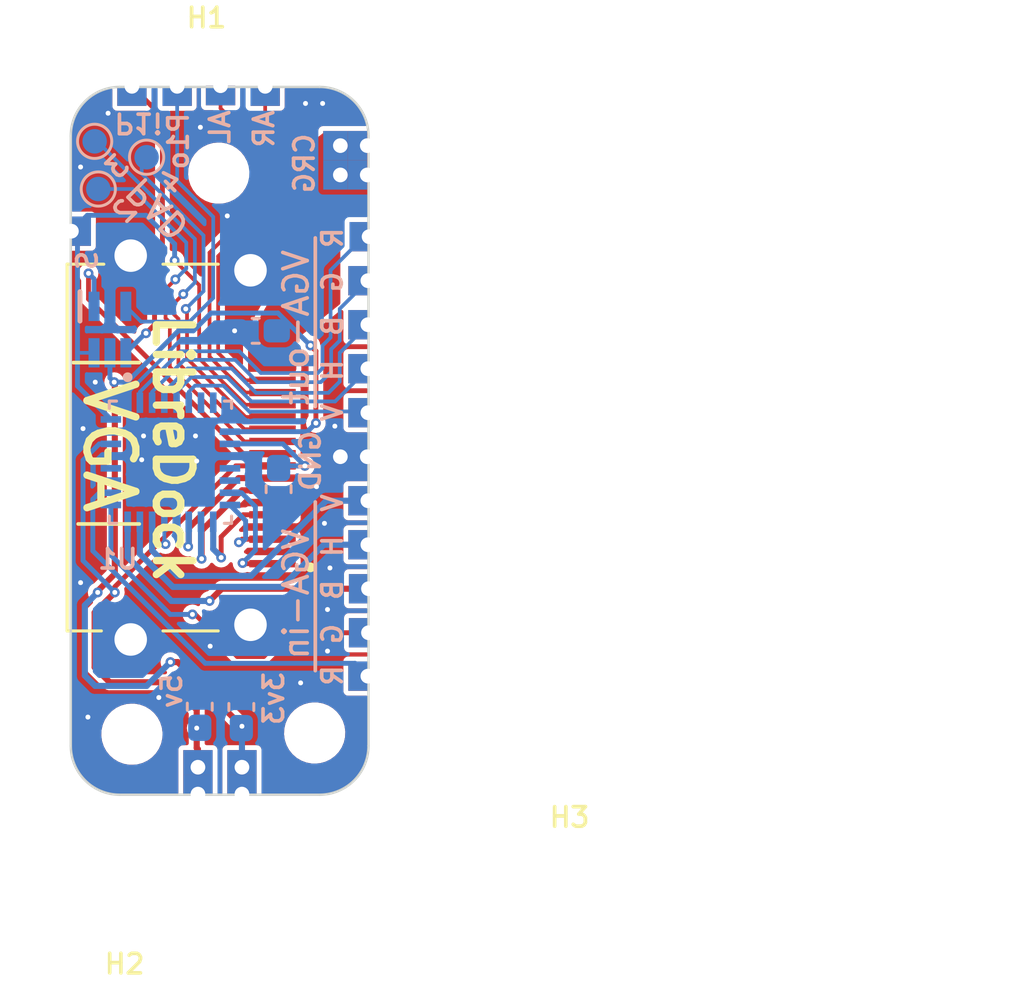
<source format=kicad_pcb>
(kicad_pcb (version 20240108) (generator "pcbnew") (generator_version "8.0")
  (layers (0 "F.Cu" signal) (31 "B.Cu" signal) (34 "B.Paste" user) (35 "F.Paste" user) (36 "B.SilkS" user "B.Silkscreen") (37 "F.SilkS" user "F.Silkscreen") (38 "B.Mask" user) (39 "F.Mask" user) (44 "Edge.Cuts" user))
  (net 0 "")
  (net 1 "3v3")
  (net 2 "GND")
  (net 3 "5v")
  (net 4 "C1")
  (net 5 "Net-(IC1-B0)")
  (net 6 "Net-(IC1-A)")
  (net 7 "SENSE")
  (net 8 "V")
  (net 9 "H")
  (net 10 "B")
  (net 11 "G")
  (net 12 "R")
  (net 13 "C2")
  (net 14 "C3")
  (net 15 "C4")
  (net 16 "AL")
  (net 17 "AR")
  (net 18 "CHARGE")
  (net 19 "Net-(U1-B0)")
  (net 20 "Net-(U1-G0)")
  (net 21 "Net-(U1-R0)")
  (net 22 "Net-(U1-H0)")
  (net 23 "Net-(U1-V0)")
  (net 24 "Net-(U1-B1)")
  (net 25 "Net-(U1-G1)")
  (net 26 "Net-(U1-R1)")
  (net 27 "Net-(U1-H1)")
  (net 28 "Net-(U1-V1)")
  (footprint "symbols-footprints:STEWART_SS-53000-001" (layer "F.Cu") (at 147.85 91.75 -90)
    (property "Reference" "J1" (hide yes))
    (property "Value" "SS-53000-001")
    (fp_line (start -7.5 8.4) (end 7.5 8.4) (stroke (width 0.127)) (layer "F.SilkS"))
    (fp_line (start 7.5 8.4) (end 7.5 7) (stroke (width 0.127)) (layer "F.SilkS"))
    (fp_line (start -7.5 6.9) (end -7.5 8.4) (stroke (width 0.127)) (layer "F.SilkS"))
    (fp_line (start -7.5 2.22) (end -7.5 4.48) (stroke (width 0.127)) (layer "F.SilkS"))
    (fp_line (start 7.5 2.22) (end 7.5 4.48) (stroke (width 0.127)) (layer "F.SilkS"))
    (fp_circle (center 4.9 -1.55) (end 5 -1.55) (stroke (width 0.2)) (fill none) (layer "F.SilkS"))
    (pad "1" smd rect (at 4.75 0 270) (size 0.3 1.9) (layers "F.Cu" "F.Paste" "F.Mask") (net 12 "R"))
    (pad "2" smd rect (at 4.25 0 270) (size 0.3 1.9) (layers "F.Cu" "F.Paste" "F.Mask") (net 2 "GND"))
    (pad "3" smd rect (at 3.75 0 270) (size 0.3 1.9) (layers "F.Cu" "F.Paste" "F.Mask") (net 11 "G"))
    (pad "4" smd rect (at 3.25 0 270) (size 0.3 1.9) (layers "F.Cu" "F.Paste" "F.Mask") (net 2 "GND"))
    (pad "5" smd rect (at 2.75 0 270) (size 0.3 1.9) (layers "F.Cu" "F.Paste" "F.Mask") (net 10 "B"))
    (pad "6" smd rect (at 2.25 0 270) (size 0.3 1.9) (layers "F.Cu" "F.Paste" "F.Mask") (net 2 "GND"))
    (pad "7" smd rect (at 1.75 0 270) (size 0.3 1.9) (layers "F.Cu" "F.Paste" "F.Mask") (net 9 "H"))
    (pad "8" smd rect (at 1.25 0 270) (size 0.3 1.9) (layers "F.Cu" "F.Paste" "F.Mask") (net 8 "V"))
    (pad "9" smd rect (at 0.75 0 270) (size 0.3 1.9) (layers "F.Cu" "F.Paste" "F.Mask") (net 3 "5v"))
    (pad "10" smd rect (at 0.25 0 270) (size 0.3 1.9) (layers "F.Cu" "F.Paste" "F.Mask") (net 4 "C1"))
    (pad "11" smd rect (at -0.25 0 270) (size 0.3 1.9) (layers "F.Cu" "F.Paste" "F.Mask") (net 13 "C2"))
    (pad "12" smd rect (at -0.75 0 270) (size 0.3 1.9) (layers "F.Cu" "F.Paste" "F.Mask") (net 14 "C3"))
    (pad "13" smd rect (at -1.25 0 270) (size 0.3 1.9) (layers "F.Cu" "F.Paste" "F.Mask") (net 15 "C4"))
    (pad "14" smd rect (at -1.75 0 270) (size 0.3 1.9) (layers "F.Cu" "F.Paste" "F.Mask") (net 7 "SENSE"))
    (pad "15" smd rect (at -2.25 0 270) (size 0.3 1.9) (layers "F.Cu" "F.Paste" "F.Mask") (net 16 "AL"))
    (pad "16" smd rect (at -2.75 0 270) (size 0.3 1.9) (layers "F.Cu" "F.Paste" "F.Mask") (net 17 "AR"))
    (pad "17" smd rect (at -3.25 0 270) (size 0.3 1.9) (layers "F.Cu" "F.Paste" "F.Mask") (net 18 "CHARGE"))
    (pad "18" smd rect (at -3.75 0 270) (size 0.3 1.9) (layers "F.Cu" "F.Paste" "F.Mask") (net 18 "CHARGE"))
    (pad "19" smd rect (at -4.25 0 270) (size 0.3 1.9) (layers "F.Cu" "F.Paste" "F.Mask") (net 18 "CHARGE"))
    (pad "S1" thru_hole circle (at 7.25 0.9 270) (size 1.995 1.995) (drill 1.33) (layers "*.Cu" "*.Mask") (net 2 "GND"))
    (pad "S2" thru_hole circle (at -7.25 0.9 270) (size 1.995 1.995) (drill 1.33) (layers "*.Cu" "*.Mask") (net 2 "GND"))
    (pad "S3" thru_hole circle (at -7.85 5.8 270) (size 1.995 1.995) (drill 1.33) (layers "*.Cu" "*.Mask") (net 2 "GND"))
    (pad "S4" thru_hole circle (at 7.85 5.8 270) (size 1.995 1.995) (drill 1.33) (layers "*.Cu" "*.Mask") (net 2 "GND"))
  )
  (footprint "symbols-footprints:CasPowerPad 2x1" (layer "F.Cu") (at 144.8 105.925 90)
    (property "Reference" "TP13" (hide yes))
    (property "Value" "5v" (at 5 -1.075 90) (layer "B.SilkS") (effects (font (size 0.8 0.8)) (justify left mirror)))
    (pad "1" thru_hole rect (at 0 0 90) (size 0.8 1.2) (drill 0.6 (offset 0.4 0)) (property pad_prop_castellated) (layers "*.Cu" "*.Mask") (net 3 "5v"))
    (pad "1" thru_hole rect (at 1.1 0 90) (size 1 1.2) (drill 0.6 (offset 0.2 0)) (property pad_prop_castellated) (layers "*.Cu" "*.Mask") (net 3 "5v"))
  )
  (footprint "symbols-footprints:CasPowerPad 2x1" (layer "F.Cu") (at 151.725 92.125 180)
    (property "Reference" "TP15" (hide yes))
    (property "Value" "GND" (at 2.325 1.15 90) (layer "B.SilkS") (effects (font (size 0.8 0.8)) (justify left mirror)))
    (pad "1" thru_hole rect (at 0 0 180) (size 0.8 1.2) (drill 0.6 (offset 0.4 0)) (property pad_prop_castellated) (layers "*.Cu" "*.Mask") (net 2 "GND"))
    (pad "1" thru_hole rect (at 1.1 0 180) (size 1 1.2) (drill 0.6 (offset 0.2 0)) (property pad_prop_castellated) (layers "*.Cu" "*.Mask") (net 2 "GND"))
  )
  (footprint "MountingHole:MountingHole_2.2mm_M2" (layer "F.Cu") (at 142.1 103.475 180)
    (property "Reference" "H2" (at 0.3 -9.4 0) (layer "F.SilkS") (effects (font (size 0.8 0.8))))
    (property "Value" "MountingHole")
    (pad "" np_thru_hole circle (at 0 0 180) (size 2.2 2.2) (drill 2.2) (layers "*.Cu" "*.Mask"))
  )
  (footprint "MountingHole:MountingHole_2.2mm_M2" (layer "F.Cu") (at 145.65 80.525)
    (property "Reference" "H1" (at -0.5 -6.35 0) (layer "F.SilkS") (effects (font (size 0.8 0.8))))
    (property "Value" "MountingHole")
    (pad "" np_thru_hole circle (at 0 0) (size 2.2 2.2) (drill 2.2) (layers "*.Cu" "*.Mask"))
  )
  (footprint "symbols-footprints:CasPowerPad 2x1" (layer "F.Cu") (at 146.6 105.925 90)
    (property "Reference" "TP14" (hide yes))
    (property "Value" "3v3" (at 5.075 1.3 90) (layer "B.SilkS") (effects (font (size 0.8 0.8)) (justify left mirror)))
    (pad "1" thru_hole rect (at 0 0 90) (size 0.8 1.2) (drill 0.6 (offset 0.4 0)) (property pad_prop_castellated) (layers "*.Cu" "*.Mask") (net 1 "3v3"))
    (pad "1" thru_hole rect (at 1.1 0 90) (size 1 1.2) (drill 0.6 (offset 0.2 0)) (property pad_prop_castellated) (layers "*.Cu" "*.Mask") (net 1 "3v3"))
  )
  (footprint "MountingHole:MountingHole_2.2mm_M2" (layer "F.Cu") (at 149.575 103.425)
    (property "Reference" "H3" (at 10.425 3.45 0) (layer "F.SilkS") (effects (font (size 0.8 0.8))))
    (property "Value" "MountingHole")
    (pad "" np_thru_hole circle (at 0 0) (size 2.2 2.2) (drill 2.2) (layers "*.Cu" "*.Mask"))
  )
  (footprint "symbols-footprints:CasPowerPad 2x2" (layer "F.Cu") (at 151.725 80.6 180)
    (property "Reference" "TP22" (hide yes))
    (property "Value" "CRG" (at 2.575 1.775 90) (layer "B.SilkS") (effects (font (size 0.8 0.8)) (justify left mirror)))
    (pad "1" thru_hole rect (at 0 0 180) (size 0.8 1.2) (drill 0.6 (offset 0.4 0)) (property pad_prop_castellated) (layers "*.Cu" "*.Mask") (net 18 "CHARGE"))
    (pad "1" thru_hole rect (at 0 1.2 180) (size 0.8 1.2) (drill 0.6 (offset 0.4 0)) (property pad_prop_castellated) (layers "*.Cu" "*.Mask") (net 18 "CHARGE"))
    (pad "1" thru_hole rect (at 1.1 0 180) (size 1 1.2) (drill 0.6 (offset 0.2 0)) (property pad_prop_castellated) (layers "*.Cu" "*.Mask") (net 18 "CHARGE"))
    (pad "1" thru_hole rect (at 1.1 1.2 180) (size 1 1.2) (drill 0.6 (offset 0.2 0)) (property pad_prop_castellated) (layers "*.Cu" "*.Mask") (net 18 "CHARGE"))
  )
  (footprint "nold-customs:nolds-TestPoint_Pad_D1.0mm" (layer "B.Cu") (at 142.7 79.875 90)
    (property "Reference" "TP21")
    (property "Value" "P4" (hide yes))
    (fp_circle (center 0 0) (end 0 -0.7) (stroke (width 0.12)) (fill none) (layer "B.SilkS"))
    (fp_text user "4" (at -1 1 45) (layer "B.SilkS") (effects (font (size 0.8 0.8)) (justify mirror)))
    (pad "1" smd circle (at 0 0 90) (size 1 1) (layers "B.Cu" "B.Mask") (net 15 "C4"))
  )
  (footprint "symbols-footprints:CasPowerPad 1x1" (layer "B.Cu") (at 145.725 76.95 -90)
    (property "Reference" "TP16" (hide yes))
    (property "Value" "AL" (at 0.925 0.025 90) (layer "B.SilkS") (effects (font (size 0.8 0.8)) (justify left mirror)))
    (pad "1" thru_hole rect (at 0 0 270) (size 0.8 1.2) (drill 0.6 (offset 0.4 0)) (property pad_prop_castellated) (layers "*.Cu" "*.Mask") (net 16 "AL"))
  )
  (footprint "symbols-footprints:CasPowerPad 1x1" (layer "B.Cu") (at 151.75 84.925 180)
    (property "Reference" "TP2" (hide yes))
    (property "Value" "G" (at 1.45 0.45 90) (layer "B.SilkS") (effects (font (size 0.8 0.8)) (justify left mirror)))
    (pad "1" thru_hole rect (at 0 0 180) (size 0.8 1.2) (drill 0.6 (offset 0.4 0)) (property pad_prop_castellated) (layers "*.Cu" "*.Mask") (net 20 "Net-(U1-G0)"))
  )
  (footprint "Capacitor_SMD:C_0603_1608Metric_Pad1.08x0.95mm_HandSolder" (layer "B.Cu") (at 148.1 93.45 90)
    (property "Reference" "C3" (hide yes))
    (property "Value" "C_Small")
    (fp_line (start -0.146267 -0.51) (end 0.146267 -0.51) (stroke (width 0.12)) (layer "B.SilkS"))
    (fp_line (start -0.146267 0.51) (end 0.146267 0.51) (stroke (width 0.12)) (layer "B.SilkS"))
    (pad "1" smd roundrect (at -0.8625 0 90) (size 1.075 0.95) (layers "B.Cu" "B.Paste" "B.Mask") (net 2 "GND"))
    (pad "2" smd roundrect (at 0.8625 0 90) (size 1.075 0.95) (layers "B.Cu" "B.Paste" "B.Mask") (net 3 "5v"))
  )
  (footprint "symbols-footprints:CasPowerPad 1x1" (layer "B.Cu") (at 143.95 76.975 -90)
    (property "Reference" "TP12" (hide yes))
    (property "Value" "P1o" (at 1 -0.05 90) (layer "B.SilkS") (effects (font (size 0.8 0.8)) (justify left mirror)))
    (pad "1" thru_hole rect (at 0 0 270) (size 0.8 1.2) (drill 0.6 (offset 0.4 0)) (property pad_prop_castellated) (layers "*.Cu" "*.Mask") (net 5 "Net-(IC1-B0)"))
  )
  (footprint "symbols-footprints:CasPowerPad 1x1" (layer "B.Cu") (at 147.55 76.975 -90)
    (property "Reference" "TP17" (hide yes))
    (property "Value" "AR" (at 0.9 0.05 90) (layer "B.SilkS") (effects (font (size 0.8 0.8)) (justify left mirror)))
    (pad "1" thru_hole rect (at 0 0 270) (size 0.8 1.2) (drill 0.6 (offset 0.4 0)) (property pad_prop_castellated) (layers "*.Cu" "*.Mask") (net 17 "AR"))
  )
  (footprint "Capacitor_SMD:C_0603_1608Metric_Pad1.08x0.95mm_HandSolder" (layer "B.Cu") (at 147.1625 86.975 180)
    (property "Reference" "C1" (hide yes))
    (property "Value" "C_Small")
    (fp_line (start -0.146267 0.51) (end 0.146267 0.51) (stroke (width 0.12)) (layer "B.SilkS"))
    (fp_line (start -0.146267 -0.51) (end 0.146267 -0.51) (stroke (width 0.12)) (layer "B.SilkS"))
    (pad "1" smd roundrect (at -0.8625 0 180) (size 1.075 0.95) (layers "B.Cu" "B.Paste" "B.Mask") (net 1 "3v3"))
    (pad "2" smd roundrect (at 0.8625 0 180) (size 1.075 0.95) (layers "B.Cu" "B.Paste" "B.Mask") (net 2 "GND"))
  )
  (footprint "symbols-footprints:CasPowerPad 1x1" (layer "B.Cu") (at 142.1 76.975 -90)
    (property "Reference" "TP11" (hide yes))
    (property "Value" "P1i" (at 1.5 0.8 180) (layer "B.SilkS") (effects (font (size 0.8 0.8)) (justify left mirror)))
    (pad "1" thru_hole rect (at 0 0 270) (size 0.8 1.2) (drill 0.6 (offset 0.4 0)) (property pad_prop_castellated) (layers "*.Cu" "*.Mask") (net 6 "Net-(IC1-A)"))
  )
  (footprint "symbols-footprints:CasPowerPad 1x1" (layer "B.Cu") (at 151.75 86.725 180)
    (property "Reference" "TP1" (hide yes))
    (property "Value" "B" (at 1.45 0.45 90) (layer "B.SilkS") (effects (font (size 0.8 0.8)) (justify left mirror)))
    (pad "1" thru_hole rect (at 0 0 180) (size 0.8 1.2) (drill 0.6 (offset 0.4 0)) (property pad_prop_castellated) (layers "*.Cu" "*.Mask") (net 19 "Net-(U1-B0)"))
  )
  (footprint "symbols-footprints:CasPowerPad 1x1" (layer "B.Cu") (at 151.75 88.525 180)
    (property "Reference" "TP4" (hide yes))
    (property "Value" "H" (at 1.45 0.45 90) (layer "B.SilkS") (effects (font (size 0.8 0.8)) (justify left mirror)))
    (pad "1" thru_hole rect (at 0 0 180) (size 0.8 1.2) (drill 0.6 (offset 0.4 0)) (property pad_prop_castellated) (layers "*.Cu" "*.Mask") (net 22 "Net-(U1-H0)"))
  )
  (footprint "Capacitor_SMD:C_0603_1608Metric_Pad1.08x0.95mm_HandSolder" (layer "B.Cu") (at 146.575 102.3625 90)
    (property "Reference" "C2" (hide yes))
    (property "Value" "C_Small")
    (fp_line (start -0.146267 -0.51) (end 0.146267 -0.51) (stroke (width 0.12)) (layer "B.SilkS"))
    (fp_line (start -0.146267 0.51) (end 0.146267 0.51) (stroke (width 0.12)) (layer "B.SilkS"))
    (pad "1" smd roundrect (at -0.8625 0 90) (size 1.075 0.95) (layers "B.Cu" "B.Paste" "B.Mask") (net 1 "3v3"))
    (pad "2" smd roundrect (at 0.8625 0 90) (size 1.075 0.95) (layers "B.Cu" "B.Paste" "B.Mask") (net 2 "GND"))
  )
  (footprint "symbols-footprints:CasPowerPad 1x1" (layer "B.Cu") (at 151.75 93.925 180)
    (property "Reference" "TP10" (hide yes))
    (property "Value" "V" (at 1.45 0.35 90) (layer "B.SilkS") (effects (font (size 0.8 0.8)) (justify left mirror)))
    (pad "1" thru_hole rect (at 0 0 180) (size 0.8 1.2) (drill 0.6 (offset 0.4 0)) (property pad_prop_castellated) (layers "*.Cu" "*.Mask") (net 28 "Net-(U1-V1)"))
  )
  (footprint "nold-customs:nolds-TestPoint_Pad_D1.0mm" (layer "B.Cu") (at 140.725 81.175)
    (property "Reference" "TP19")
    (property "Value" "P2" (hide yes))
    (fp_circle (center 0 0) (end 0 -0.7) (stroke (width 0.12)) (fill none) (layer "B.SilkS"))
    (fp_text user "2" (at 1.075 0.9 45) (layer "B.SilkS") (effects (font (size 0.8 0.8)) (justify mirror)))
    (pad "1" smd circle (at 0 0) (size 1 1) (layers "B.Cu" "B.Mask") (net 13 "C2"))
  )
  (footprint "symbols-footprints:CasPowerPad 1x1" (layer "B.Cu") (at 151.75 101.1 180)
    (property "Reference" "TP8" (hide yes))
    (property "Value" "R" (at 1.45 0.525 90) (layer "B.SilkS") (effects (font (size 0.8 0.8)) (justify left mirror)))
    (pad "1" thru_hole rect (at 0 0 180) (size 0.8 1.2) (drill 0.6 (offset 0.4 0)) (property pad_prop_castellated) (layers "*.Cu" "*.Mask") (net 26 "Net-(U1-R1)"))
  )
  (footprint "nold-customs:nolds-TestPoint_Pad_D1.0mm" (layer "B.Cu") (at 140.575 79.225)
    (property "Reference" "TP20")
    (property "Value" "P3" (hide yes))
    (fp_circle (center 0 0) (end 0 -0.7) (stroke (width 0.12)) (fill none) (layer "B.SilkS"))
    (fp_text user "3" (at 0.925 1.05 45) (layer "B.SilkS") (effects (font (size 0.8 0.8)) (justify mirror)))
    (pad "1" smd circle (at 0 0) (size 1 1) (layers "B.Cu" "B.Mask") (net 14 "C3"))
  )
  (footprint "symbols-footprints:CasPowerPad 1x1" (layer "B.Cu") (at 151.775 99.325 180)
    (property "Reference" "TP7" (hide yes))
    (property "Value" "G" (at 1.475 0.45 90) (layer "B.SilkS") (effects (font (size 0.8 0.8)) (justify left mirror)))
    (pad "1" thru_hole rect (at 0 0 180) (size 0.8 1.2) (drill 0.6 (offset 0.4 0)) (property pad_prop_castellated) (layers "*.Cu" "*.Mask") (net 25 "Net-(U1-G1)"))
  )
  (footprint "symbols-footprints:CasPowerPad 1x1" (layer "B.Cu") (at 139.625 82.9)
    (property "Reference" "TP18" (hide yes))
    (property "Value" "S" (at 0.575 1.675 -90) (layer "B.SilkS") (effects (font (size 0.8 0.8)) (justify left mirror)))
    (pad "1" thru_hole rect (at 0 0) (size 0.8 1.2) (drill 0.6 (offset 0.4 0)) (property pad_prop_castellated) (layers "*.Cu" "*.Mask") (net 7 "SENSE"))
  )
  (footprint "KiCad:SOT65P210X110-6N" (layer "B.Cu") (at 141.2 86.925 -90)
    (property "Reference" "IC1" (hide yes))
    (property "Value" "PI5A3157CEX" (hide yes))
    (fp_line (start -1.55 1.225) (end -0.35 1.225) (stroke (width 0.2)) (layer "B.SilkS"))
    (pad "1" smd rect (at -0.95 0.65 180) (size 0.45 1.2) (layers "B.Cu" "B.Paste" "B.Mask") (net 4 "C1"))
    (pad "2" smd rect (at -0.95 0 180) (size 0.45 1.2) (layers "B.Cu" "B.Paste" "B.Mask") (net 2 "GND"))
    (pad "3" smd rect (at -0.95 -0.65 180) (size 0.45 1.2) (layers "B.Cu" "B.Paste" "B.Mask") (net 5 "Net-(IC1-B0)"))
    (pad "4" smd rect (at 0.95 -0.65 180) (size 0.45 1.2) (layers "B.Cu" "B.Paste" "B.Mask") (net 6 "Net-(IC1-A)"))
    (pad "5" smd rect (at 0.95 0 180) (size 0.45 1.2) (layers "B.Cu" "B.Paste" "B.Mask") (net 1 "3v3"))
    (pad "6" smd rect (at 0.95 0.65 180) (size 0.45 1.2) (layers "B.Cu" "B.Paste" "B.Mask") (net 7 "SENSE"))
  )
  (footprint "symbols-footprints:QFN50P500X500X80-33N" (layer "B.Cu") (at 143.675 92.35 -90)
    (property "Reference" "U1" (at 3.965 2.15 0) (layer "B.SilkS") (effects (font (size 0.8 0.8)) (justify mirror)))
    (property "Value" "MAX4885ETJ_")
    (fp_line (start -2.5 2.5) (end -2.205 2.5) (stroke (width 0.127)) (layer "B.SilkS"))
    (fp_line (start -2.5 2.5) (end -2.5 2.205) (stroke (width 0.127)) (layer "B.SilkS"))
    (fp_line (start 2.5 2.5) (end 2.205 2.5) (stroke (width 0.127)) (layer "B.SilkS"))
    (fp_line (start 2.5 2.5) (end 2.5 2.205) (stroke (width 0.127)) (layer "B.SilkS"))
    (fp_line (start -2.5 -2.5) (end -2.5 -2.205) (stroke (width 0.127)) (layer "B.SilkS"))
    (fp_line (start -2.5 -2.5) (end -2.205 -2.5) (stroke (width 0.127)) (layer "B.SilkS"))
    (fp_line (start 2.5 -2.5) (end 2.5 -2.205) (stroke (width 0.127)) (layer "B.SilkS"))
    (fp_line (start 2.5 -2.5) (end 2.205 -2.5) (stroke (width 0.127)) (layer "B.SilkS"))
    (fp_circle (center -3.475 1.75) (end -3.375 1.75) (stroke (width 0.2)) (fill none) (layer "B.SilkS"))
    (pad "1" smd roundrect (at -2.435 1.75 270) (size 0.84 0.27) (layers "B.Cu" "B.Paste" "B.Mask") (roundrect_rratio 0.03) (net 2 "GND"))
    (pad "2" smd roundrect (at -2.435 1.25 270) (size 0.84 0.27) (layers "B.Cu" "B.Paste" "B.Mask") (roundrect_rratio 0.03) (net 21 "Net-(U1-R0)"))
    (pad "3" smd roundrect (at -2.435 0.75 270) (size 0.84 0.27) (layers "B.Cu" "B.Paste" "B.Mask") (roundrect_rratio 0.03) (net 20 "Net-(U1-G0)"))
    (pad "4" smd roundrect (at -2.435 0.25 270) (size 0.84 0.27) (layers "B.Cu" "B.Paste" "B.Mask") (roundrect_rratio 0.03) (net 19 "Net-(U1-B0)"))
    (pad "5" smd roundrect (at -2.435 -0.25 270) (size 0.84 0.27) (layers "B.Cu" "B.Paste" "B.Mask") (roundrect_rratio 0.03) (net 22 "Net-(U1-H0)"))
    (pad "6" smd roundrect (at -2.435 -0.75 270) (size 0.84 0.27) (layers "B.Cu" "B.Paste" "B.Mask") (roundrect_rratio 0.03) (net 23 "Net-(U1-V0)"))
    (pad "7" smd roundrect (at -2.435 -1.25 270) (size 0.84 0.27) (layers "B.Cu" "B.Paste" "B.Mask") (roundrect_rratio 0.03))
    (pad "8" smd roundrect (at -2.435 -1.75 270) (size 0.84 0.27) (layers "B.Cu" "B.Paste" "B.Mask") (roundrect_rratio 0.03))
    (pad "9" smd roundrect (at -1.75 -2.435 180) (size 0.84 0.27) (layers "B.Cu" "B.Paste" "B.Mask") (roundrect_rratio 0.03) (net 2 "GND"))
    (pad "10" smd roundrect (at -1.25 -2.435 180) (size 0.84 0.27) (layers "B.Cu" "B.Paste" "B.Mask") (roundrect_rratio 0.03) (net 1 "3v3"))
    (pad "11" smd roundrect (at -0.75 -2.435 180) (size 0.84 0.27) (layers "B.Cu" "B.Paste" "B.Mask") (roundrect_rratio 0.03) (net 3 "5v"))
    (pad "12" smd roundrect (at -0.25 -2.435 180) (size 0.84 0.27) (layers "B.Cu" "B.Paste" "B.Mask") (roundrect_rratio 0.03) (net 2 "GND"))
    (pad "13" smd roundrect (at 0.25 -2.435 180) (size 0.84 0.27) (layers "B.Cu" "B.Paste" "B.Mask") (roundrect_rratio 0.03))
    (pad "14" smd roundrect (at 0.75 -2.435 180) (size 0.84 0.27) (layers "B.Cu" "B.Paste" "B.Mask") (roundrect_rratio 0.03))
    (pad "15" smd roundrect (at 1.25 -2.435 180) (size 0.84 0.27) (layers "B.Cu" "B.Paste" "B.Mask") (roundrect_rratio 0.03) (net 12 "R"))
    (pad "16" smd roundrect (at 1.75 -2.435 180) (size 0.84 0.27) (layers "B.Cu" "B.Paste" "B.Mask") (roundrect_rratio 0.03) (net 11 "G"))
    (pad "17" smd roundrect (at 2.435 -1.75 270) (size 0.84 0.27) (layers "B.Cu" "B.Paste" "B.Mask") (roundrect_rratio 0.03) (net 10 "B"))
    (pad "18" smd roundrect (at 2.435 -1.25 270) (size 0.84 0.27) (layers "B.Cu" "B.Paste" "B.Mask") (roundrect_rratio 0.03) (net 9 "H"))
    (pad "19" smd roundrect (at 2.435 -0.75 270) (size 0.84 0.27) (layers "B.Cu" "B.Paste" "B.Mask") (roundrect_rratio 0.03) (net 8 "V"))
    (pad "20" smd roundrect (at 2.435 -0.25 270) (size 0.84 0.27) (layers "B.Cu" "B.Paste" "B.Mask") (roundrect_rratio 0.03) (net 2 "GND"))
    (pad "21" smd roundrect (at 2.435 0.25 270) (size 0.84 0.27) (layers "B.Cu" "B.Paste" "B.Mask") (roundrect_rratio 0.03) (net 3 "5v"))
    (pad "22" smd roundrect (at 2.435 0.75 270) (size 0.84 0.27) (layers "B.Cu" "B.Paste" "B.Mask") (roundrect_rratio 0.03) (net 28 "Net-(U1-V1)"))
    (pad "23" smd roundrect (at 2.435 1.25 270) (size 0.84 0.27) (layers "B.Cu" "B.Paste" "B.Mask") (roundrect_rratio 0.03) (net 27 "Net-(U1-H1)"))
    (pad "24" smd roundrect (at 2.435 1.75 270) (size 0.84 0.27) (layers "B.Cu" "B.Paste" "B.Mask") (roundrect_rratio 0.03) (net 24 "Net-(U1-B1)"))
    (pad "25" smd roundrect (at 1.75 2.435 180) (size 0.84 0.27) (layers "B.Cu" "B.Paste" "B.Mask") (roundrect_rratio 0.03) (net 25 "Net-(U1-G1)"))
    (pad "26" smd roundrect (at 1.25 2.435 180) (size 0.84 0.27) (layers "B.Cu" "B.Paste" "B.Mask") (roundrect_rratio 0.03) (net 26 "Net-(U1-R1)"))
    (pad "27" smd roundrect (at 0.75 2.435 180) (size 0.84 0.27) (layers "B.Cu" "B.Paste" "B.Mask") (roundrect_rratio 0.03))
    (pad "28" smd roundrect (at 0.25 2.435 180) (size 0.84 0.27) (layers "B.Cu" "B.Paste" "B.Mask") (roundrect_rratio 0.03))
    (pad "29" smd roundrect (at -0.25 2.435 180) (size 0.84 0.27) (layers "B.Cu" "B.Paste" "B.Mask") (roundrect_rratio 0.03) (net 2 "GND"))
    (pad "30" smd roundrect (at -0.75 2.435 180) (size 0.84 0.27) (layers "B.Cu" "B.Paste" "B.Mask") (roundrect_rratio 0.03) (net 3 "5v"))
    (pad "31" smd roundrect (at -1.25 2.435 180) (size 0.84 0.27) (layers "B.Cu" "B.Paste" "B.Mask") (roundrect_rratio 0.03) (net 2 "GND"))
    (pad "32" smd roundrect (at -1.75 2.435 180) (size 0.84 0.27) (layers "B.Cu" "B.Paste" "B.Mask") (roundrect_rratio 0.03) (net 7 "SENSE"))
    (pad "33" smd rect (at 0 0 270) (size 3.1 3.1) (layers "B.Cu" "B.Mask") (net 2 "GND"))
  )
  (footprint "symbols-footprints:CasPowerPad 1x1" (layer "B.Cu") (at 151.8 83.125 180)
    (property "Reference" "TP3" (hide yes))
    (property "Value" "R" (at 1.5 0.45 90) (layer "B.SilkS") (effects (font (size 0.8 0.8)) (justify left mirror)))
    (pad "1" thru_hole rect (at 0 0 180) (size 0.8 1.2) (drill 0.6 (offset 0.4 0)) (property pad_prop_castellated) (layers "*.Cu" "*.Mask") (net 21 "Net-(U1-R0)"))
  )
  (footprint "symbols-footprints:CasPowerPad 1x1" (layer "B.Cu") (at 151.775 97.525 180)
    (property "Reference" "TP6" (hide yes))
    (property "Value" "B" (at 1.475 0.45 90) (layer "B.SilkS") (effects (font (size 0.8 0.8)) (justify left mirror)))
    (pad "1" thru_hole rect (at 0 0 180) (size 0.8 1.2) (drill 0.6 (offset 0.4 0)) (property pad_prop_castellated) (layers "*.Cu" "*.Mask") (net 24 "Net-(U1-B1)"))
  )
  (footprint "Capacitor_SMD:C_0603_1608Metric_Pad1.08x0.95mm_HandSolder" (layer "B.Cu") (at 144.875 102.35 -90)
    (property "Reference" "C4" (hide yes))
    (property "Value" "C_Small")
    (fp_line (start -0.146267 0.51) (end 0.146267 0.51) (stroke (width 0.12)) (layer "B.SilkS"))
    (fp_line (start -0.146267 -0.51) (end 0.146267 -0.51) (stroke (width 0.12)) (layer "B.SilkS"))
    (pad "1" smd roundrect (at -0.8625 0 270) (size 1.075 0.95) (layers "B.Cu" "B.Paste" "B.Mask") (net 2 "GND"))
    (pad "2" smd roundrect (at 0.8625 0 270) (size 1.075 0.95) (layers "B.Cu" "B.Paste" "B.Mask") (net 3 "5v"))
  )
  (footprint "symbols-footprints:CasPowerPad 1x1" (layer "B.Cu") (at 151.75 95.725 180)
    (property "Reference" "TP9" (hide yes))
    (property "Value" "H" (at 1.45 0.45 90) (layer "B.SilkS") (effects (font (size 0.8 0.8)) (justify left mirror)))
    (pad "1" thru_hole rect (at 0 0 180) (size 0.8 1.2) (drill 0.6 (offset 0.4 0)) (property pad_prop_castellated) (layers "*.Cu" "*.Mask") (net 27 "Net-(U1-H1)"))
  )
  (footprint "symbols-footprints:CasPowerPad 1x1" (layer "B.Cu") (at 151.75 90.325 180)
    (property "Reference" "TP5" (hide yes))
    (property "Value" "V" (at 1.45 0.45 90) (layer "B.SilkS") (effects (font (size 0.8 0.8)) (justify left mirror)))
    (pad "1" thru_hole rect (at 0 0 180) (size 0.8 1.2) (drill 0.6 (offset 0.4 0)) (property pad_prop_castellated) (layers "*.Cu" "*.Mask") (net 23 "Net-(U1-V0)"))
  )
  (gr_line (start 149.6 90.075) (end 149.6 83.175) (stroke (width 0.15)) (layer "B.SilkS"))
  (gr_line (start 149.6 100.875) (end 149.6 93.975) (stroke (width 0.15)) (layer "B.SilkS"))
  (gr_line (start 139.7 88.275) (end 142.4 88.275) (stroke (width 0.15)) (layer "F.SilkS"))
  (gr_line (start 139.9 94.875) (end 142.4 94.875) (stroke (width 0.15)) (layer "F.SilkS"))
  (gr_line (start 141.6 77) (end 149.775 77) (stroke (width 0.1)) (layer "Edge.Cuts"))
  (gr_arc (start 141.6 105.95) (mid 140.185786 105.364214) (end 139.6 103.95) (stroke (width 0.1)) (layer "Edge.Cuts"))
  (gr_line (start 139.6 103.95) (end 139.6 79) (stroke (width 0.1)) (layer "Edge.Cuts"))
  (gr_line (start 151.775 79) (end 151.775 103.95) (stroke (width 0.1)) (layer "Edge.Cuts"))
  (gr_arc (start 149.775 77) (mid 151.189214 77.585786) (end 151.775 79) (stroke (width 0.1)) (layer "Edge.Cuts"))
  (gr_line (start 149.775 105.95) (end 141.6 105.95) (stroke (width 0.1)) (layer "Edge.Cuts"))
  (gr_arc (start 151.775 103.95) (mid 151.189214 105.364214) (end 149.775 105.95) (stroke (width 0.1)) (layer "Edge.Cuts"))
  (gr_arc (start 139.6 79) (mid 140.185786 77.585786) (end 141.6 77) (stroke (width 0.1)) (layer "Edge.Cuts"))
  (gr_text "VGA-in" (at 149.4 94.975 90) (layer "B.SilkS") (effects (font (size 1 1)) (justify left bottom mirror)))
  (gr_text "PAD" (at 142.5 80.475 135) (layer "B.SilkS") (effects (font (size 1 1)) (justify left bottom mirror)))
  (gr_text "VGA-out" (at 149.4 83.575 90) (layer "B.SilkS") (effects (font (size 1 1)) (justify left bottom mirror)))
  (gr_text "LibreDock" (at 142.9 86.175 -90) (layer "F.SilkS") (effects (font (size 1.5 1.5) (thickness 0.3) (bold yes)) (justify left bottom)))
  (gr_text "VGA" (at 140 88.775 -90) (layer "F.SilkS") (effects (font (size 2 2) (thickness 0.3) (bold yes)) (justify left bottom)))
  (segment (start 146.6 103.15) (end 143.975 100.525) (width 0.25) (layer "F.Cu") (net 1))
  (segment (start 141.4 89.1) (end 141.375 89.075) (width 0.25) (layer "F.Cu") (net 1))
  (segment (start 149.4 87.575) (end 149.625 87.8) (width 0.2) (layer "F.Cu") (net 1))
  (segment (start 141.4 96.916842) (end 141.4 89.1) (width 0.25) (layer "F.Cu") (net 1))
  (segment (start 140.7 97.616842) (end 141.4 96.916842) (width 0.25) (layer "F.Cu") (net 1))
  (segment (start 140.7 97.675) (end 140.7 97.616842) (width 0.25) (layer "F.Cu") (net 1))
  (segment (start 143.975 100.525) (end 143.675 100.525) (width 0.25) (layer "F.Cu") (net 1))
  (segment (start 149.625 87.8) (end 149.625 90.75) (width 0.2) (layer "F.Cu") (net 1))
  (via (at 140.7 97.675) (size 0.4) (drill 0.2) (layers "F.Cu" "B.Cu") (net 1))
  (via (at 143.675 100.525) (size 0.4) (drill 0.2) (layers "F.Cu" "B.Cu") (net 1))
  (via (at 149.625 90.75) (size 0.4) (drill 0.2) (layers "F.Cu" "B.Cu") (net 1))
  (via (at 141.375 89.075) (size 0.4) (drill 0.2) (layers "F.Cu" "B.Cu") (net 1))
  (via (at 146.6 103.15) (size 0.4) (drill 0.2) (layers "F.Cu" "B.Cu") (net 1))
  (via (at 149.4 87.575) (size 0.4) (drill 0.2) (layers "F.Cu" "B.Cu") (net 1))
  (segment (start 141.9 89.075) (end 141.375 89.075) (width 0.2) (layer "B.Cu") (net 1))
  (segment (start 146.6 104.825) (end 146.6 103.15) (width 0.25) (layer "B.Cu") (net 1))
  (segment (start 148.073 86.248) (end 145.33888 86.248) (width 0.2) (layer "B.Cu") (net 1))
  (segment (start 144.61188 86.975) (end 144 86.975) (width 0.2) (layer "B.Cu") (net 1))
  (segment (start 142.7 101.5) (end 143.675 100.525) (width 0.25) (layer "B.Cu") (net 1))
  (segment (start 140.175 98.2) (end 140.175 101.079517) (width 0.25) (layer "B.Cu") (net 1))
  (segment (start 149.625 90.75) (end 149.275 91.1) (width 0.2) (layer "B.Cu") (net 1))
  (segment (start 146.6 103.15) (end 146.6 103.175) (width 0.25) (layer "B.Cu") (net 1))
  (segment (start 149.275 91.1) (end 146.11 91.1) (width 0.2) (layer "B.Cu") (net 1))
  (segment (start 140.175 101.079517) (end 140.595483 101.5) (width 0.25) (layer "B.Cu") (net 1))
  (segment (start 140.7 97.675) (end 140.175 98.2) (width 0.25) (layer "B.Cu") (net 1))
  (segment (start 144 86.975) (end 141.9 89.075) (width 0.2) (layer "B.Cu") (net 1))
  (segment (start 140.595483 101.5) (end 142.7 101.5) (width 0.25) (layer "B.Cu") (net 1))
  (segment (start 145.33888 86.248) (end 144.61188 86.975) (width 0.2) (layer "B.Cu") (net 1))
  (segment (start 141.2 87.875) (end 141.2 88.9) (width 0.2) (layer "B.Cu") (net 1))
  (segment (start 141.2 88.9) (end 141.375 89.075) (width 0.2) (layer "B.Cu") (net 1))
  (segment (start 149.4 87.575) (end 148.073 86.248) (width 0.2) (layer "B.Cu") (net 1))
  (via (at 149.2 77.675) (size 0.4) (drill 0.2) (layers "F.Cu" "B.Cu") (net 2))
  (via (at 146.3 86.975) (size 0.4) (drill 0.2) (layers "F.Cu" "B.Cu") (net 2))
  (via (at 143.2 101.975) (size 0.4) (drill 0.2) (layers "F.Cu" "B.Cu") (net 2))
  (via (at 145.3 99.875) (size 0.4) (drill 0.2) (layers "F.Cu" "B.Cu") (net 2))
  (via (at 150.4 90.875) (size 0.4) (drill 0.2) (layers "F.Cu" "B.Cu") (net 2))
  (via (at 140 80.275) (size 0.4) (drill 0.2) (layers "F.Cu" "B.Cu") (net 2))
  (via (at 140.6 89.075) (size 0.4) (drill 0.2) (layers "F.Cu" "B.Cu") (net 2))
  (via (at 150.1 100.075) (size 0.4) (drill 0.2) (layers "F.Cu" "B.Cu") (net 2))
  (via (at 150.1 98.375) (size 0.4) (drill 0.2) (layers "F.Cu" "B.Cu") (net 2))
  (via (at 149.975 94.85) (size 0.4) (drill 0.2) (layers "F.Cu" "B.Cu") (net 2))
  (via (at 144.7 91.275) (size 0.4) (drill 0.2) (layers "F.Cu" "B.Cu") (net 2))
  (via (at 142.5 92.25) (size 0.4) (drill 0.2) (layers "F.Cu" "B.Cu") (net 2))
  (via (at 144.9 78.65) (size 0.4) (drill 0.2) (layers "F.Cu" "B.Cu") (net 2))
  (via (at 140.1 90.975) (size 0.4) (drill 0.2) (layers "F.Cu" "B.Cu") (net 2))
  (via (at 149.65 93.35) (size 0.4) (drill 0.2) (layers "F.Cu" "B.Cu") (net 2))
  (via (at 140.3 102.775) (size 0.4) (drill 0.2) (layers "F.Cu" "B.Cu") (net 2))
  (via (at 140 97.275) (size 0.4) (drill 0.2) (layers "F.Cu" "B.Cu") (net 2))
  (via (at 149.9 77.675) (size 0.4) (drill 0.2) (layers "F.Cu" "B.Cu") (net 2))
  (via (at 142.575 91.275) (size 0.4) (drill 0.2) (layers "F.Cu" "B.Cu") (net 2))
  (via (at 144.75 92.3) (size 0.4) (drill 0.2) (layers "F.Cu" "B.Cu") (net 2))
  (via (at 150.2 96.675) (size 0.4) (drill 0.2) (layers "F.Cu" "B.Cu") (net 2))
  (via (at 141.125 78.075) (size 0.4) (drill 0.2) (layers "F.Cu" "B.Cu") (net 2))
  (via (at 149 101.375) (size 0.4) (drill 0.2) (layers "F.Cu" "B.Cu") (net 2))
  (via (at 146 82.275) (size 0.4) (drill 0.2) (layers "F.Cu" "B.Cu") (net 2))
  (segment (start 145.972 87.303) (end 144.135862 87.303) (width 0.152) (layer "B.Cu") (net 2))
  (segment (start 146.3 86.975) (end 145.972 87.303) (width 0.152) (layer "B.Cu") (net 2))
  (segment (start 145.375 90.6) (end 144.7 91.275) (width 0.152) (layer "B.Cu") (net 2))
  (segment (start 146.11 90.6) (end 145.375 90.6) (width 0.152) (layer "B.Cu") (net 2))
  (segment (start 141.925 89.513862) (end 141.925 89.915) (width 0.152) (layer "B.Cu") (net 2))
  (segment (start 144.135862 87.303) (end 141.925 89.513862) (width 0.152) (layer "B.Cu") (net 2))
  (segment (start 141.4 97.45) (end 146.35 92.5) (width 0.2) (layer "F.Cu") (net 3))
  (segment (start 143.475 95.7) (end 143.3125 95.5375) (width 0.152) (layer "F.Cu") (net 3))
  (segment (start 149.175 92.5) (end 147.85 92.5) (width 0.2) (layer "F.Cu") (net 3))
  (segment (start 140.575 98.5) (end 140.575 100.737054) (width 0.25) (layer "F.Cu") (net 3))
  (segment (start 143.3125 95.5375) (end 141.4 97.45) (width 0.2) (layer "F.Cu") (net 3))
  (segment (start 144.75 103.225) (end 144.75 104.039035) (width 0.25) (layer "F.Cu") (net 3))
  (segment (start 144.75 104.039035) (end 144.8 104.089035) (width 0.25) (layer "F.Cu") (net 3))
  (segment (start 140.575 100.737054) (end 141.187946 101.35) (width 0.25) (layer "F.Cu") (net 3))
  (segment (start 141.4 97.45) (end 141.4 97.675) (width 0.2) (layer "F.Cu") (net 3))
  (segment (start 141.187946 101.35) (end 143.625 101.35) (width 0.25) (layer "F.Cu") (net 3))
  (segment (start 141.4 97.675) (end 140.575 98.5) (width 0.25) (layer "F.Cu") (net 3))
  (segment (start 146.35 92.5) (end 147.85 92.5) (width 0.2) (layer "F.Cu") (net 3))
  (segment (start 143.625 101.35) (end 144.75 102.475) (width 0.25) (layer "F.Cu") (net 3))
  (segment (start 144.75 102.475) (end 144.75 103.225) (width 0.25) (layer "F.Cu") (net 3))
  (segment (start 144.8 104.089035) (end 144.8 104.825) (width 0.25) (layer "F.Cu") (net 3))
  (via (at 143.475 95.7) (size 0.4) (drill 0.2) (layers "F.Cu" "B.Cu") (net 3))
  (via (at 141.4 97.675) (size 0.4) (drill 0.2) (layers "F.Cu" "B.Cu") (net 3))
  (via (at 149.175 92.5) (size 0.4) (drill 0.2) (layers "F.Cu" "B.Cu") (net 3))
  (via (at 144.75 103.225) (size 0.4) (drill 0.2) (layers "F.Cu" "B.Cu") (net 3))
  (segment (start 146.11 91.6) (end 148.275 91.6) (width 0.2) (layer "B.Cu") (net 3))
  (segment (start 140.765481 91.6) (end 141.24 91.6) (width 0.2) (layer "B.Cu") (net 3))
  (segment (start 148.275 91.6) (end 149.175 92.5) (width 0.2) (layer "B.Cu") (net 3))
  (segment (start 141.4 97.675) (end 140.1 96.375) (width 0.2) (layer "B.Cu") (net 3))
  (segment (start 143.425 94.785) (end 143.425 95.65) (width 0.152) (layer "B.Cu") (net 3))
  (segment (start 143.425 95.65) (end 143.475 95.7) (width 0.152) (layer "B.Cu") (net 3))
  (segment (start 148.1875 92.5) (end 148.1 92.5875) (width 0.2) (layer "B.Cu") (net 3))
  (segment (start 140.1 96.375) (end 140.1 92.265481) (width 0.2) (layer "B.Cu") (net 3))
  (segment (start 149.175 92.5) (end 148.1875 92.5) (width 0.2) (layer "B.Cu") (net 3))
  (segment (start 140.1 92.265481) (end 140.765481 91.6) (width 0.2) (layer "B.Cu") (net 3))
  (segment (start 140.325 85.675) (end 146.65 92) (width 0.2) (layer "F.Cu") (net 4))
  (segment (start 146.65 92) (end 147.85 92) (width 0.2) (layer "F.Cu") (net 4))
  (segment (start 140.325 84.625) (end 140.325 85.675) (width 0.2) (layer "F.Cu") (net 4))
  (via (at 140.325 84.625) (size 0.4) (drill 0.2) (layers "F.Cu" "B.Cu") (net 4))
  (segment (start 140.55 84.85) (end 140.325 84.625) (width 0.2) (layer "B.Cu") (net 4))
  (segment (start 140.55 85.975) (end 140.55 84.85) (width 0.2) (layer "B.Cu") (net 4))
  (segment (start 144.456136 86.599) (end 145.425 85.630136) (width 0.152) (layer "B.Cu") (net 5))
  (segment (start 145.425 85.630136) (end 145.425 82.316669) (width 0.152) (layer "B.Cu") (net 5))
  (segment (start 142.474 86.599) (end 144.456136 86.599) (width 0.152) (layer "B.Cu") (net 5))
  (segment (start 141.85 85.975) (end 142.474 86.599) (width 0.152) (layer "B.Cu") (net 5))
  (segment (start 143.95 80.841669) (end 143.95 76.975) (width 0.152) (layer "B.Cu") (net 5))
  (segment (start 145.425 82.316669) (end 143.95 80.841669) (width 0.152) (layer "B.Cu") (net 5))
  (segment (start 143.3475 84.437443) (end 143.3475 78.2225) (width 0.2) (layer "F.Cu") (net 6))
  (segment (start 143.3475 78.2225) (end 142.1 76.975) (width 0.2) (layer "F.Cu") (net 6))
  (segment (start 143.025 84.759943) (end 143.3475 84.437443) (width 0.2) (layer "F.Cu") (net 6))
  (segment (start 142.675 87.075) (end 143.025 86.725) (width 0.2) (layer "F.Cu") (net 6))
  (segment (start 143.025 86.725) (end 143.025 84.759943) (width 0.2) (layer "F.Cu") (net 6))
  (via (at 142.675 87.075) (size 0.4) (drill 0.2) (layers "F.Cu" "B.Cu") (net 6))
  (segment (start 141.85 87.875) (end 142.65 87.075) (width 0.2) (layer "B.Cu") (net 6))
  (segment (start 142.65 87.075) (end 142.675 87.075) (width 0.2) (layer "B.Cu") (net 6))
  (segment (start 142.675 87.075) (end 142.675 87.05) (width 0.2) (layer "B.Cu") (net 6))
  (segment (start 142.675 87.05) (end 142.7 87.025) (width 0.2) (layer "B.Cu") (net 6))
  (segment (start 144.85 85.103) (end 144.85 87.648197) (width 0.152) (layer "F.Cu") (net 7))
  (segment (start 146.745804 90) (end 147.85 90) (width 0.152) (layer "F.Cu") (net 7))
  (segment (start 144.85 87.648197) (end 144.856 87.654197) (width 0.152) (layer "F.Cu") (net 7))
  (segment (start 143.847 84.1) (end 144.85 85.103) (width 0.152) (layer "F.Cu") (net 7))
  (segment (start 144.856 87.654197) (end 144.856 88.110196) (width 0.152) (layer "F.Cu") (net 7))
  (segment (start 144.856 88.110196) (end 146.745804 90) (width 0.152) (layer "F.Cu") (net 7))
  (via (at 143.847 84.1) (size 0.4) (drill 0.2) (layers "F.Cu" "B.Cu") (net 7))
  (segment (start 139.873 89.233) (end 139.873 87.875) (width 0.2) (layer "B.Cu") (net 7))
  (segment (start 143.847 83.422) (end 142.675 82.25) (width 0.2) (layer "B.Cu") (net 7))
  (segment (start 140.55 87.875) (end 139.873 87.875) (width 0.152) (layer "B.Cu") (net 7))
  (segment (start 139.873 87.875) (end 139.873 83.148) (width 0.2) (layer "B.Cu") (net 7))
  (segment (start 139.873 83.148) (end 139.625 82.9) (width 0.2) (layer "B.Cu") (net 7))
  (segment (start 143.847 84.1) (end 143.847 83.422) (width 0.2) (layer "B.Cu") (net 7))
  (segment (start 142.675 82.25) (end 140.275 82.25) (width 0.2) (layer "B.Cu") (net 7))
  (segment (start 140.55 89.91) (end 141.24 90.6) (width 0.2) (layer "B.Cu") (net 7))
  (segment (start 140.275 82.25) (end 139.625 82.9) (width 0.2) (layer "B.Cu") (net 7))
  (segment (start 141.24 90.6) (end 139.873 89.233) (width 0.2) (layer "B.Cu") (net 7))
  (segment (start 144.425 95.7755) (end 144.425 95.038604) (width 0.25) (layer "F.Cu") (net 8))
  (segment (start 144.4005 95.8) (end 144.425 95.7755) (width 0.25) (layer "F.Cu") (net 8))
  (segment (start 146.463604 93) (end 147.85 93) (width 0.25) (layer "F.Cu") (net 8))
  (segment (start 144.425 95.038604) (end 146.463604 93) (width 0.25) (layer "F.Cu") (net 8))
  (via (at 144.4005 95.8) (size 0.4) (drill 0.2) (layers "F.Cu" "B.Cu") (net 8))
  (segment (start 144.4005 95.8) (end 144.425 95.8245) (width 0.25) (layer "B.Cu") (net 8))
  (segment (start 144.425 95.7755) (end 144.425 94.785) (width 0.25) (layer "B.Cu") (net 8))
  (segment (start 144.4005 95.8) (end 144.425 95.7755) (width 0.25) (layer "B.Cu") (net 8))
  (segment (start 144.95 95.15) (end 146.6 93.5) (width 0.25) (layer "F.Cu") (net 9))
  (segment (start 146.6 93.5) (end 147.85 93.5) (width 0.25) (layer "F.Cu") (net 9))
  (segment (start 144.95 96.3) (end 144.95 95.15) (width 0.25) (layer "F.Cu") (net 9))
  (via (at 144.95 96.3) (size 0.4) (drill 0.2) (layers "F.Cu" "B.Cu") (net 9))
  (segment (start 144.925 96.275) (end 144.95 96.3) (width 0.25) (layer "B.Cu") (net 9))
  (segment (start 144.925 94.785) (end 144.925 96.275) (width 0.25) (layer "B.Cu") (net 9))
  (segment (start 147.85 94.5) (end 146.65 94.5) (width 0.2) (layer "F.Cu") (net 10))
  (segment (start 145.75 95.4) (end 145.75 96.25) (width 0.2) (layer "F.Cu") (net 10))
  (segment (start 146.65 94.5) (end 145.75 95.4) (width 0.2) (layer "F.Cu") (net 10))
  (via (at 145.75 96.25) (size 0.4) (drill 0.2) (layers "F.Cu" "B.Cu") (net 10))
  (segment (start 145.425 95.9) (end 145.75 96.225) (width 0.25) (layer "B.Cu") (net 10))
  (segment (start 145.425 94.785) (end 145.425 95.9) (width 0.25) (layer "B.Cu") (net 10))
  (segment (start 145.75 96.225) (end 145.75 96.25) (width 0.25) (layer "B.Cu") (net 10))
  (segment (start 145.775 96.25) (end 145.8 96.275) (width 0.25) (layer "B.Cu") (net 10))
  (segment (start 145.75 96.25) (end 145.775 96.25) (width 0.25) (layer "B.Cu") (net 10))
  (segment (start 146.475 95.625) (end 146.6 95.5) (width 0.2) (layer "F.Cu") (net 11))
  (segment (start 146.6 95.5) (end 147.85 95.5) (width 0.2) (layer "F.Cu") (net 11))
  (via (at 146.475 95.625) (size 0.4) (drill 0.2) (layers "F.Cu" "B.Cu") (net 11))
  (segment (start 146.75 94.74) (end 146.75 95.475) (width 0.2) (layer "B.Cu") (net 11))
  (segment (start 146.6 95.625) (end 146.475 95.625) (width 0.2) (layer "B.Cu") (net 11))
  (segment (start 146.75 95.475) (end 146.6 95.625) (width 0.2) (layer "B.Cu") (net 11))
  (segment (start 146.11 94.1) (end 146.75 94.74) (width 0.2) (layer "B.Cu") (net 11))
  (segment (start 147.85 96.5) (end 146.65 96.5) (width 0.2) (layer "F.Cu") (net 12))
  (segment (start 146.65 96.5) (end 146.625 96.475) (width 0.2) (layer "F.Cu") (net 12))
  (via (at 146.625 96.475) (size 0.4) (drill 0.2) (layers "F.Cu" "B.Cu") (net 12))
  (segment (start 147.15 94.165481) (end 147.15 95.95) (width 0.2) (layer "B.Cu") (net 12))
  (segment (start 147.15 95.95) (end 146.625 96.475) (width 0.2) (layer "B.Cu") (net 12))
  (segment (start 146.11 93.6) (end 146.584519 93.6) (width 0.2) (layer "B.Cu") (net 12))
  (segment (start 146.584519 93.6) (end 147.15 94.165481) (width 0.2) (layer "B.Cu") (net 12))
  (segment (start 143.475 85.275) (end 143.875 84.875) (width 0.152) (layer "F.Cu") (net 13))
  (segment (start 143.475 86.456744) (end 143.475 85.275) (width 0.152) (layer "F.Cu") (net 13))
  (segment (start 147.85 91.5) (end 146.698 91.5) (width 0.152) (layer "F.Cu") (net 13))
  (segment (start 143.65 86.631744) (end 143.475 86.456744) (width 0.152) (layer "F.Cu") (net 13))
  (segment (start 146.698 91.5) (end 143.65 88.452) (width 0.152) (layer "F.Cu") (net 13))
  (segment (start 143.65 88.452) (end 143.65 86.631744) (width 0.152) (layer "F.Cu") (net 13))
  (via (at 143.875 84.875) (size 0.4) (drill 0.2) (layers "F.Cu" "B.Cu") (net 13))
  (segment (start 142.131744 81.175) (end 140.725 81.175) (width 0.152) (layer "B.Cu") (net 13))
  (segment (start 143.875 84.875) (end 144.323 84.427) (width 0.152) (layer "B.Cu") (net 13))
  (segment (start 144.323 84.427) (end 144.323 83.366256) (width 0.152) (layer "B.Cu") (net 13))
  (segment (start 144.323 83.366256) (end 142.131744 81.175) (width 0.152) (layer "B.Cu") (net 13))
  (segment (start 146.698 91) (end 144.002 88.304) (width 0.152) (layer "F.Cu") (net 14))
  (segment (start 144.2 85.475) (end 144.225 85.45) (width 0.152) (layer "F.Cu") (net 14))
  (segment (start 143.827 86.31094) (end 143.827 85.848) (width 0.152) (layer "F.Cu") (net 14))
  (segment (start 147.85 91) (end 146.698 91) (width 0.152) (layer "F.Cu") (net 14))
  (segment (start 143.827 85.848) (end 144.2 85.475) (width 0.152) (layer "F.Cu") (net 14))
  (segment (start 144.002 86.48594) (end 143.827 86.31094) (width 0.152) (layer "F.Cu") (net 14))
  (segment (start 144.002 88.304) (end 144.002 86.48594) (width 0.152) (layer "F.Cu") (net 14))
  (via (at 144.2 85.475) (size 0.4) (drill 0.2) (layers "F.Cu" "B.Cu") (net 14))
  (segment (start 144.675 83.220452) (end 140.679548 79.225) (width 0.152) (layer "B.Cu") (net 14))
  (segment (start 144.2 85.475) (end 144.675 85) (width 0.152) (layer "B.Cu") (net 14))
  (segment (start 140.679548 79.225) (end 140.575 79.225) (width 0.152) (layer "B.Cu") (net 14))
  (segment (start 144.675 85) (end 144.675 83.220452) (width 0.152) (layer "B.Cu") (net 14))
  (segment (start 146.748 90.5) (end 144.354 88.106) (width 0.152) (layer "F.Cu") (net 15))
  (segment (start 144.354 88.106) (end 144.354 86.13097) (width 0.152) (layer "F.Cu") (net 15))
  (segment (start 144.3025 86.07947) (end 144.405874 86.07947) (width 0.152) (layer "F.Cu") (net 15))
  (segment (start 144.405874 86.07947) (end 144.425 86.098596) (width 0.152) (layer "F.Cu") (net 15))
  (segment (start 147.85 90.5) (end 146.748 90.5) (width 0.152) (layer "F.Cu") (net 15))
  (segment (start 144.354 86.13097) (end 144.3025 86.07947) (width 0.152) (layer "F.Cu") (net 15))
  (segment (start 144.425 86.098596) (end 144.425 86.125) (width 0.152) (layer "F.Cu") (net 15))
  (segment (start 144.354 86.169596) (end 144.425 86.098596) (width 0.152) (layer "F.Cu") (net 15))
  (via (at 144.3025 86.07947) (size 0.4) (drill 0.2) (layers "F.Cu" "B.Cu") (net 15))
  (segment (start 145.027 83.074648) (end 142.5 80.547648) (width 0.152) (layer "B.Cu") (net 15))
  (segment (start 142.5 80.547648) (end 142.5 79.675) (width 0.152) (layer "B.Cu") (net 15))
  (segment (start 145.027 85.35497) (end 145.027 83.074648) (width 0.152) (layer "B.Cu") (net 15))
  (segment (start 144.3025 86.07947) (end 145.027 85.35497) (width 0.152) (layer "B.Cu") (net 15))
  (segment (start 147.85 89.5) (end 146.743608 89.5) (width 0.152) (layer "F.Cu") (net 16))
  (segment (start 146.743608 89.5) (end 145.275 88.031392) (width 0.152) (layer "F.Cu") (net 16))
  (segment (start 147.198 81.854197) (end 147.198 79.348) (width 0.152) (layer "F.Cu") (net 16))
  (segment (start 145.275 88.031392) (end 145.275 83.777197) (width 0.152) (layer "F.Cu") (net 16))
  (segment (start 145.275 83.777197) (end 147.198 81.854197) (width 0.152) (layer "F.Cu") (net 16))
  (segment (start 145.725 77.875) (end 145.725 76.95) (width 0.152) (layer "F.Cu") (net 16))
  (segment (start 147.198 79.348) (end 145.725 77.875) (width 0.152) (layer "F.Cu") (net 16))
  (segment (start 147.85 89) (end 146.749 89) (width 0.152) (layer "F.Cu") (net 17))
  (segment (start 147.55 82.000001) (end 147.55 76.975) (width 0.152) (layer "F.Cu") (net 17))
  (segment (start 145.627 87.878) (end 145.627 83.923001) (width 0.152) (layer "F.Cu") (net 17))
  (segment (start 146.749 89) (end 145.627 87.878) (width 0.152) (layer "F.Cu") (net 17))
  (segment (start 147.5 77.025) (end 147.55 76.975) (width 0.152) (layer "F.Cu") (net 17))
  (segment (start 145.627 83.923001) (end 147.55 82.000001) (width 0.152) (layer "F.Cu") (net 17))
  (segment (start 147.175 89.511598) (end 150.138402 89.511598) (width 0.152) (layer "B.Cu") (net 19))
  (segment (start 150.6 89.05) (end 150.6 87.875) (width 0.152) (layer "B.Cu") (net 19))
  (segment (start 151.225 86.725) (end 151.75 86.725) (width 0.2) (layer "B.Cu") (net 19))
  (segment (start 143.425 89.474422) (end 144.384422 88.515) (width 0.152) (layer "B.Cu") (net 19))
  (segment (start 150.6 87.875) (end 151.75 86.725) (width 0.152) (layer "B.Cu") (net 19))
  (segment (start 150.138402 89.511598) (end 150.6 89.05) (width 0.152) (layer "B.Cu") (net 19))
  (segment (start 146.178402 88.515) (end 147.175 89.511598) (width 0.152) (layer "B.Cu") (net 19))
  (segment (start 144.384422 88.515) (end 146.178402 88.515) (width 0.152) (layer "B.Cu") (net 19))
  (segment (start 143.425 89.915) (end 143.425 89.474422) (width 0.152) (layer "B.Cu") (net 19))
  (segment (start 142.925 89.474422) (end 143.180422 89.219) (width 0.152) (layer "B.Cu") (net 20))
  (segment (start 151.375 85.3) (end 151.75 84.925) (width 0.2) (layer "B.Cu") (net 20))
  (segment (start 143.180422 89.219) (end 143.182618 89.219) (width 0.152) (layer "B.Cu") (net 20))
  (segment (start 149.825 89.075) (end 150.248 88.652) (width 0.152) (layer "B.Cu") (net 20))
  (segment (start 143.182618 89.219) (end 144.238619 88.163) (width 0.152) (layer "B.Cu") (net 20))
  (segment (start 150.6 86.075) (end 151.75 84.925) (width 0.152) (layer "B.Cu") (net 20))
  (segment (start 144.238619 88.163) (end 146.324206 88.163) (width 0.152) (layer "B.Cu") (net 20))
  (segment (start 150.248 87.729196) (end 150.6 87.377196) (width 0.152) (layer "B.Cu") (net 20))
  (segment (start 146.324206 88.163) (end 147.236206 89.075) (width 0.152) (layer "B.Cu") (net 20))
  (segment (start 142.925 89.915) (end 142.925 89.474422) (width 0.152) (layer "B.Cu") (net 20))
  (segment (start 147.236206 89.075) (end 149.825 89.075) (width 0.152) (layer "B.Cu") (net 20))
  (segment (start 150.6 87.377196) (end 150.6 86.075) (width 0.152) (layer "B.Cu") (net 20))
  (segment (start 150.248 88.652) (end 150.248 87.729196) (width 0.152) (layer "B.Cu") (net 20))
  (segment (start 146.486 87.811) (end 147.375 88.7) (width 0.152) (layer "B.Cu") (net 21))
  (segment (start 149.896 87.579) (end 150.225 87.25) (width 0.152) (layer "B.Cu") (net 21))
  (segment (start 151.598 83.125) (end 151.8 83.125) (width 0.152) (layer "B.Cu") (net 21))
  (segment (start 142.425 89.915) (end 142.425 89.474422) (width 0.152) (layer "B.Cu") (net 21))
  (segment (start 142.425 89.474422) (end 144.088422 87.811) (width 0.152) (layer "B.Cu") (net 21))
  (segment (start 149.7 88.7) (end 149.896 88.504) (width 0.152) (layer "B.Cu") (net 21))
  (segment (start 149.896 88.504) (end 149.896 87.579) (width 0.152) (layer "B.Cu") (net 21))
  (segment (start 147.375 88.7) (end 149.7 88.7) (width 0.152) (layer "B.Cu") (net 21))
  (segment (start 150.225 84.498) (end 151.598 83.125) (width 0.152) (layer "B.Cu") (net 21))
  (segment (start 150.225 87.25) (end 150.225 84.498) (width 0.152) (layer "B.Cu") (net 21))
  (segment (start 144.088422 87.811) (end 146.486 87.811) (width 0.152) (layer "B.Cu") (net 21))
  (segment (start 151.55 88.725) (end 151.75 88.525) (width 0.2) (layer "B.Cu") (net 22))
  (segment (start 143.925 89.915) (end 143.925 89.474422) (width 0.152) (layer "B.Cu") (net 22))
  (segment (start 144.532422 88.867) (end 145.989804 88.867) (width 0.152) (layer "B.Cu") (net 22))
  (segment (start 146.986402 89.863598) (end 150.411402 89.863598) (width 0.152) (layer "B.Cu") (net 22))
  (segment (start 143.925 89.474422) (end 144.532422 88.867) (width 0.152) (layer "B.Cu") (net 22))
  (segment (start 150.411402 89.863598) (end 151.75 88.525) (width 0.152) (layer "B.Cu") (net 22))
  (segment (start 145.989804 88.867) (end 146.986402 89.863598) (width 0.152) (layer "B.Cu") (net 22))
  (segment (start 144.680422 89.219) (end 145.844 89.219) (width 0.152) (layer "B.Cu") (net 23))
  (segment (start 151.55 90.325) (end 151.75 90.325) (width 0.2) (layer "B.Cu") (net 23))
  (segment (start 144.425 89.474422) (end 144.680422 89.219) (width 0.152) (layer "B.Cu") (net 23))
  (segment (start 144.425 89.915) (end 144.425 89.474422) (width 0.152) (layer "B.Cu") (net 23))
  (segment (start 151.699 90.274) (end 151.75 90.325) (width 0.152) (layer "B.Cu") (net 23))
  (segment (start 146.951 90.274) (end 151.699 90.274) (width 0.152) (layer "B.Cu") (net 23))
  (segment (start 145.844 89.219) (end 146.925 90.3) (width 0.152) (layer "B.Cu") (net 23))
  (segment (start 146.925 90.3) (end 146.951 90.274) (width 0.152) (layer "B.Cu") (net 23))
  (segment (start 145.275 98.025) (end 145.775 97.525) (width 0.25) (layer "F.Cu") (net 24))
  (segment (start 145.775 97.525) (end 151.775 97.525) (width 0.25) (layer "F.Cu") (net 24))
  (via (at 145.275 98.025) (size 0.4) (drill 0.2) (layers "F.Cu" "B.Cu") (net 24))
  (segment (start 141.925 96.233274) (end 143.716726 98.025) (width 0.25) (layer "B.Cu") (net 24))
  (segment (start 143.716726 98.025) (end 145.275 98.025) (width 0.25) (layer "B.Cu") (net 24))
  (segment (start 141.925 94.785) (end 141.925 96.233274) (width 0.25) (layer "B.Cu") (net 24))
  (segment (start 148.459943 99.325) (end 151.775 99.325) (width 0.2) (layer "F.Cu") (net 25))
  (segment (start 144.690057 98.575) (end 146.412557 100.2975) (width 0.2) (layer "F.Cu") (net 25))
  (segment (start 147.487443 100.2975) (end 148.459943 99.325) (width 0.2) (layer "F.Cu") (net 25))
  (segment (start 144.575 98.575) (end 144.690057 98.575) (width 0.2) (layer "F.Cu") (net 25))
  (segment (start 146.412557 100.2975) (end 147.487443 100.2975) (width 0.2) (layer "F.Cu") (net 25))
  (via (at 144.575 98.575) (size 0.4) (drill 0.2) (layers "F.Cu" "B.Cu") (net 25))
  (segment (start 141.24 94.1) (end 141.24 96.149314) (width 0.2) (layer "B.Cu") (net 25))
  (segment (start 144.575 98.575) (end 144.55 98.575) (width 0.2) (layer "B.Cu") (net 25))
  (segment (start 141.24 96.149314) (end 143.665686 98.575) (width 0.2) (layer "B.Cu") (net 25))
  (segment (start 143.665686 98.575) (end 144.575 98.575) (width 0.2) (layer "B.Cu") (net 25))
  (segment (start 140.5 93.865481) (end 140.5 95.975) (width 0.2) (layer "B.Cu") (net 26))
  (segment (start 140.5 95.975) (end 145.1 100.575) (width 0.2) (layer "B.Cu") (net 26))
  (segment (start 140.765481 93.6) (end 140.5 93.865481) (width 0.2) (layer "B.Cu") (net 26))
  (segment (start 151.225 100.575) (end 151.75 101.1) (width 0.2) (layer "B.Cu") (net 26))
  (segment (start 145.1 100.575) (end 151.225 100.575) (width 0.2) (layer "B.Cu") (net 26))
  (segment (start 141.24 93.6) (end 140.765481 93.6) (width 0.2) (layer "B.Cu") (net 26))
  (segment (start 148.225 97.45) (end 149.95 95.725) (width 0.25) (layer "B.Cu") (net 27))
  (segment (start 149.95 95.725) (end 151.75 95.725) (width 0.25) (layer "B.Cu") (net 27))
  (segment (start 143.778122 97.45) (end 148.225 97.45) (width 0.25) (layer "B.Cu") (net 27))
  (segment (start 142.425 94.785) (end 142.425 96.096878) (width 0.25) (layer "B.Cu") (net 27))
  (segment (start 142.425 96.096878) (end 143.778122 97.45) (width 0.25) (layer "B.Cu") (net 27))
  (segment (start 150.05 93.925) (end 151.75 93.925) (width 0.25) (layer "B.Cu") (net 28))
  (segment (start 142.925 95.960482) (end 143.964518 97) (width 0.25) (layer "B.Cu") (net 28))
  (segment (start 142.925 94.785) (end 142.925 95.960482) (width 0.25) (layer "B.Cu") (net 28))
  (segment (start 146.975 97) (end 150.05 93.925) (width 0.25) (layer "B.Cu") (net 28))
  (segment (start 143.964518 97) (end 146.975 97) (width 0.25) (layer "B.Cu") (net 28))
  (zone (net 18) (net_name "CHARGE") (layer "F.Cu") (priority 2) (connect_pads yes (clearance 0.2)) (min_thickness 0.152) (fill yes (thermal_gap 0.5) (thermal_bridge_width 0.5))
    (polygon (pts (xy 148.825 88.625) (xy 148.825 87.325) (xy 150.625 85.875) (xy 150.625 82.3) (xy 151.8 81.875) (xy 151.8 78.825) (xy 150 78.825) (xy 148.55 79.95) (xy 148.6 84.175) (xy 146.85 87.3) (xy 146.85 88.65)))
  )
  (zone (net 2) (net_name "GND") (layer "F.Cu") (connect_pads yes (clearance 0.2)) (min_thickness 0.15) (fill yes (thermal_gap 0.5) (thermal_bridge_width 0.5))
    (polygon (pts (xy 139.4 76.65) (xy 162 76) (xy 162.375 106.85) (xy 139.525 106.9)))
  )
  (zone (net 2) (net_name "GND") (layer "B.Cu") (priority 1) (connect_pads yes (clearance 0.2)) (min_thickness 0.152) (fill yes (thermal_gap 0.5) (thermal_bridge_width 0.5))
    (polygon (pts (xy 139.3 75.85) (xy 161.7 75.6) (xy 161.90335 107.975645) (xy 139.25335 107.875645)))
  )
)
</source>
